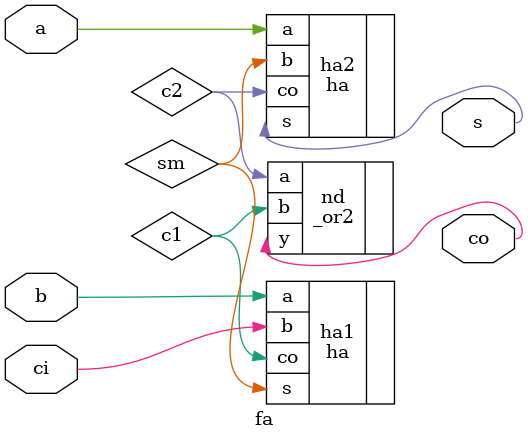
<source format=v>
module fa(a, b, ci, s, co);
	input a, b, ci;
	output s, co;
	
	wire c1, c2, sm;
	
	
	ha ha1(.a(b), .b(ci), .s(sm), .co(c1));
	ha ha2(.a(a), .b(sm), .s(s), .co(c2));
	_or2 nd(.a(c2), .b(c1), .y(co));
endmodule

</source>
